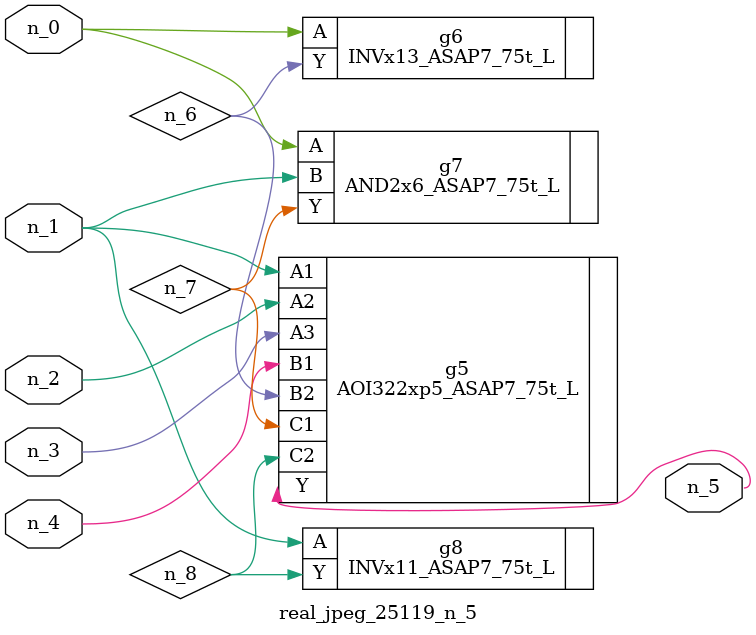
<source format=v>
module real_jpeg_25119_n_5 (n_4, n_0, n_1, n_2, n_3, n_5);

input n_4;
input n_0;
input n_1;
input n_2;
input n_3;

output n_5;

wire n_8;
wire n_6;
wire n_7;

INVx13_ASAP7_75t_L g6 ( 
.A(n_0),
.Y(n_6)
);

AND2x6_ASAP7_75t_L g7 ( 
.A(n_0),
.B(n_1),
.Y(n_7)
);

AOI322xp5_ASAP7_75t_L g5 ( 
.A1(n_1),
.A2(n_2),
.A3(n_3),
.B1(n_4),
.B2(n_6),
.C1(n_7),
.C2(n_8),
.Y(n_5)
);

INVx11_ASAP7_75t_L g8 ( 
.A(n_1),
.Y(n_8)
);


endmodule
</source>
